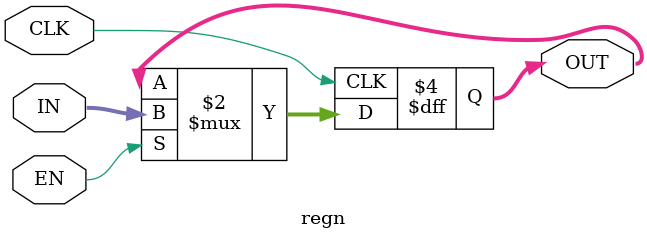
<source format=v>
module pro(CLK,D_IN, RUN, RESET, DONE, BUS);
	input		[8:0]		D_IN;
	input					CLK, RESET, RUN;
	output	[8:0] 	BUS /*synthesis keep*/;
	output				DONE;
	
	wire		[8:0] 	reg0_out, reg1_out, reg2_out, reg3_out, reg4_out, reg5_out, reg6_out, reg7_out, regA_out, regG_out /*synthesis keep*/;
	wire		[8:0]		addsub_out /*synthesis keep*/;
	wire		[9:0]		reg_en /*synthesis keep*/;
	wire		[9:0]		multi_select /*synthesis keep*/;
	wire		[8:0] 	CODE /*synthesis keep*/;
	wire					MODE /*synthesis keep*/;
	
	regn	reg0 (.CLK(CLK), .EN(reg_en[0]), .IN(BUS), .OUT(reg0_out));
	regn	reg1 (.CLK(CLK), .EN(reg_en[1]), .IN(BUS), .OUT(reg1_out));
	regn	reg2 (.CLK(CLK), .EN(reg_en[2]), .IN(BUS), .OUT(reg2_out));
	regn	reg3 (.CLK(CLK), .EN(reg_en[3]), .IN(BUS), .OUT(reg3_out));
	regn	reg4 (.CLK(CLK), .EN(reg_en[4]), .IN(BUS), .OUT(reg4_out));
	regn	reg5 (.CLK(CLK), .EN(reg_en[5]), .IN(BUS), .OUT(reg5_out));
	regn	reg6 (.CLK(CLK), .EN(reg_en[6]), .IN(BUS), .OUT(reg6_out));
	regn	reg7 (.CLK(CLK), .EN(reg_en[7]), .IN(BUS), .OUT(reg7_out));
	regn	regA (.CLK(CLK), .EN(reg_en[8]), .IN(BUS), .OUT(regA_out));
	regn	regG (.CLK(CLK), .EN(reg_en[9]), .IN(addsub_out), .OUT(regG_out));
	regn	regI (.CLK(CLK), .EN(RUN), .IN(D_IN), .OUT(CODE));
	
	multiplexer inst0 (.IN0(reg0_out), .IN1(reg1_out), .IN2(reg2_out), .IN3(reg3_out), .IN4(reg4_out), 
							 .IN5(reg5_out), .IN6(reg6_out), .IN7(reg7_out), .IN8(regG_out), .IN9(D_IN), 
							 .SELECT(multi_select), .OUT(BUS));
							 
	addsub		inst1 (.MODE(MODE), .IN0(regA_out), .IN1(BUS), .OUT(addsub_out));
	
	control		inst2	(.CLK(CLK), .RUN(RUN), .RESET(RESET), .DONE(DONE), .CODE(CODE),
							 .REG_EN(reg_en), .MULTI_SELECT(multi_select), .MODE(MODE));
endmodule

module control(CLK, CODE, RUN, RESET, DONE, MODE, REG_EN, MULTI_SELECT);
	parameter MV=3'b000, MVI=3'b001, ADD=3'b010, SUB=3'b011, LDY=3'b100, UDX=3'b101, LDI=3'b110;  
	input		[8:0]		CODE;
	input					RUN, RESET, CLK;
	
	output	reg [9:0]	REG_EN;
	output	reg [9:0]	MULTI_SELECT;
	output	reg			DONE, MODE;
	
	reg		[2:0]		fsm_in, fsm_out /*synthesis keep */;

	
	//FSM
	always @(posedge CLK) begin
		fsm_out <= fsm_in;
	end
	
	always @(CODE) begin
		case (fsm_out)
			MV: fsm_in = CODE [8:6];
			MVI:fsm_in = LDI;
			ADD:fsm_in = LDY;
			SUB:fsm_in = LDY;
			LDY:fsm_in = UDX;
			UDX:fsm_in = CODE [8:6];
			default: fsm_in = CODE [8:6];
		endcase
	end
	
	//Control
	always @(fsm_in) begin
			if (fsm_in==MV) begin 
				MULTI_SELECT = {10{1'b0}} | (1<<CODE[2:0]);
				REG_EN 		 = {10{1'b0}} | (1<<CODE[5:3]);
				DONE			 = 1 ;
			end else 
			if (fsm_in==MVI) begin
				MULTI_SELECT = {10{1'b0}} | (1<<9);
				REG_EN 		 = {10{1'b0}} | (1<<CODE[5:3]);
				DONE			 = 0 ;
			end else
			if (fsm_in==LDI) begin
				REG_EN 		 = {10{1'b0}} | (0<<CODE[5:3]);
				DONE			 = 1 ;
			end else 
			if (fsm_in==ADD | fsm_in==SUB) begin
				MULTI_SELECT = {10{1'b0}} | (1<<CODE[5:3]);
				REG_EN 		 = {10{1'b0}} | (1<<8);
				DONE			 = 0 ;
			end else 
			if (fsm_in==LDY) begin
				MULTI_SELECT = {10{1'b0}} | (1<<CODE[2:0]);
				REG_EN 		 = {10{1'b0}} | (1<<9);
				DONE			 = 0 ;
			end else
			if (fsm_in==UDX) begin
				MULTI_SELECT = {10{1'b0}} | (1<<8);
				REG_EN 		 = {10{1'b0}} | (1<<CODE[5:3]);
				DONE			 = 1 ; 
			end
			
			if (fsm_in==ADD) MODE = 1'b0 ;
			if (fsm_out==SUB)MODE = 1'b1 ;
			
		end

endmodule

module multiplexer(IN0, IN1, IN2, IN3, IN4, IN5, IN6, IN7, IN8, IN9, SELECT, OUT);
	input		[8:0] 	IN0, IN1, IN2, IN3, IN4, IN5, IN6, IN7, IN8, IN9;
	input		[9:0]		SELECT;
	output	[8:0]		OUT /*synthesis keep*/;
	
	assign	OUT = IN0 & {9{SELECT[0]}} |
						IN1 & {9{SELECT[1]}} |
						IN2 & {9{SELECT[2]}} |
						IN3 & {9{SELECT[3]}} |
						IN4 & {9{SELECT[4]}} |
						IN5 & {9{SELECT[5]}} |
						IN6 & {9{SELECT[6]}} |
						IN7 & {9{SELECT[7]}} |
						IN8 & {9{SELECT[8]}} |
						IN9 & {9{SELECT[9]}} ;
endmodule

module addsub(MODE, IN0, IN1, OUT);
	parameter ADD=1'b0, SUB=1'b1;
	
	input		[8:0]	IN0, IN1 /*synthesis keep*/;
	input				MODE;
	output 	reg[8:0]	OUT;
	
	
	always @(IN0, IN1) begin
		if (MODE==ADD) OUT = IN1 + IN0;
		else OUT = IN1 - IN0;
	end
	
	
endmodule

module regn(IN, EN, CLK, OUT);
parameter n = 9;
	input 	[n-1:0] IN;
	input 	EN, CLK;
	output 	reg [n-1:0] OUT;
		
	always @(posedge CLK)
		if (EN)
			OUT <= IN;
endmodule
</source>
